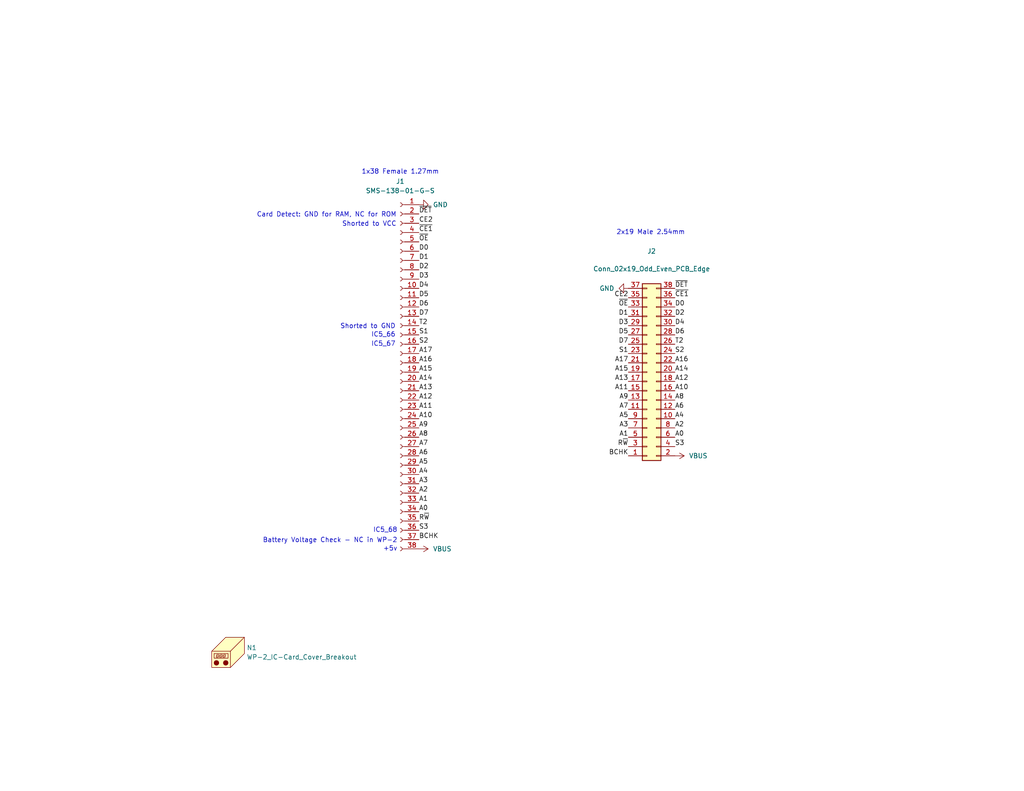
<source format=kicad_sch>
(kicad_sch (version 20231120) (generator "eeschema") (generator_version "8.0")
  (paper "USLetter")
  (title_block (title "TANDY WP-2 IC Card Breakout") (date "2025-04-29") (rev "004") (company "Brian K. White - b.kenyon.w@gmail.com"))
  (lib_symbols
    (symbol "000_LOCAL:Conn_01x38_Female" (pin_names (offset 1.016) hide)
      (property "Reference" "J" (at 0 48.26 0))
      (property "Value" "Conn_01x38_Female" (at 0 -50.8 0))
      (symbol "Conn_01x38_Female_1_1"
        (arc (start 0 -47.752) (mid -0.5058 -48.26) (end 0 -48.768) (stroke (width 0.1524)))
        (arc (start 0 -45.212) (mid -0.5058 -45.72) (end 0 -46.228) (stroke (width 0.1524)))
        (arc (start 0 -42.672) (mid -0.5058 -43.18) (end 0 -43.688) (stroke (width 0.1524)))
        (arc (start 0 -40.132) (mid -0.5058 -40.64) (end 0 -41.148) (stroke (width 0.1524)))
        (arc (start 0 -37.592) (mid -0.5058 -38.1) (end 0 -38.608) (stroke (width 0.1524)))
        (arc (start 0 -35.052) (mid -0.5058 -35.56) (end 0 -36.068) (stroke (width 0.1524)))
        (arc (start 0 -32.512) (mid -0.5058 -33.02) (end 0 -33.528) (stroke (width 0.1524)))
        (arc (start 0 -29.972) (mid -0.5058 -30.48) (end 0 -30.988) (stroke (width 0.1524)))
        (arc (start 0 -27.432) (mid -0.5058 -27.94) (end 0 -28.448) (stroke (width 0.1524)))
        (arc (start 0 -24.892) (mid -0.5058 -25.4) (end 0 -25.908) (stroke (width 0.1524)))
        (arc (start 0 -22.352) (mid -0.5058 -22.86) (end 0 -23.368) (stroke (width 0.1524)))
        (arc (start 0 -19.812) (mid -0.5058 -20.32) (end 0 -20.828) (stroke (width 0.1524)))
        (arc (start 0 -17.272) (mid -0.5058 -17.78) (end 0 -18.288) (stroke (width 0.1524)))
        (arc (start 0 -14.732) (mid -0.5058 -15.24) (end 0 -15.748) (stroke (width 0.1524)))
        (arc (start 0 -12.192) (mid -0.5058 -12.7) (end 0 -13.208) (stroke (width 0.1524)))
        (arc (start 0 -9.652) (mid -0.5058 -10.16) (end 0 -10.668) (stroke (width 0.1524)))
        (arc (start 0 -7.112) (mid -0.5058 -7.62) (end 0 -8.128) (stroke (width 0.1524)))
        (arc (start 0 -4.572) (mid -0.5058 -5.08) (end 0 -5.588) (stroke (width 0.1524)))
        (arc (start 0 -2.032) (mid -0.5058 -2.54) (end 0 -3.048) (stroke (width 0.1524)))
        (polyline (pts (xy -1.27 -48.26) (xy -0.508 -48.26)) (stroke (width 0.1524)))
        (polyline (pts (xy -1.27 -45.72) (xy -0.508 -45.72)) (stroke (width 0.1524)))
        (polyline (pts (xy -1.27 -43.18) (xy -0.508 -43.18)) (stroke (width 0.1524)))
        (polyline (pts (xy -1.27 -40.64) (xy -0.508 -40.64)) (stroke (width 0.1524)))
        (polyline (pts (xy -1.27 -38.1) (xy -0.508 -38.1)) (stroke (width 0.1524)))
        (polyline (pts (xy -1.27 -35.56) (xy -0.508 -35.56)) (stroke (width 0.1524)))
        (polyline (pts (xy -1.27 -33.02) (xy -0.508 -33.02)) (stroke (width 0.1524)))
        (polyline (pts (xy -1.27 -30.48) (xy -0.508 -30.48)) (stroke (width 0.1524)))
        (polyline (pts (xy -1.27 -27.94) (xy -0.508 -27.94)) (stroke (width 0.1524)))
        (polyline (pts (xy -1.27 -25.4) (xy -0.508 -25.4)) (stroke (width 0.1524)))
        (polyline (pts (xy -1.27 -22.86) (xy -0.508 -22.86)) (stroke (width 0.1524)))
        (polyline (pts (xy -1.27 -20.32) (xy -0.508 -20.32)) (stroke (width 0.1524)))
        (polyline (pts (xy -1.27 -17.78) (xy -0.508 -17.78)) (stroke (width 0.1524)))
        (polyline (pts (xy -1.27 -15.24) (xy -0.508 -15.24)) (stroke (width 0.1524)))
        (polyline (pts (xy -1.27 -12.7) (xy -0.508 -12.7)) (stroke (width 0.1524)))
        (polyline (pts (xy -1.27 -10.16) (xy -0.508 -10.16)) (stroke (width 0.1524)))
        (polyline (pts (xy -1.27 -7.62) (xy -0.508 -7.62)) (stroke (width 0.1524)))
        (polyline (pts (xy -1.27 -5.08) (xy -0.508 -5.08)) (stroke (width 0.1524)))
        (polyline (pts (xy -1.27 -2.54) (xy -0.508 -2.54)) (stroke (width 0.1524)))
        (polyline (pts (xy -1.27 0) (xy -0.508 0)) (stroke (width 0.1524)))
        (polyline (pts (xy -1.27 2.54) (xy -0.508 2.54)) (stroke (width 0.1524)))
        (polyline (pts (xy -1.27 5.08) (xy -0.508 5.08)) (stroke (width 0.1524)))
        (polyline (pts (xy -1.27 7.62) (xy -0.508 7.62)) (stroke (width 0.1524)))
        (polyline (pts (xy -1.27 10.16) (xy -0.508 10.16)) (stroke (width 0.1524)))
        (polyline (pts (xy -1.27 12.7) (xy -0.508 12.7)) (stroke (width 0.1524)))
        (polyline (pts (xy -1.27 15.24) (xy -0.508 15.24)) (stroke (width 0.1524)))
        (polyline (pts (xy -1.27 17.78) (xy -0.508 17.78)) (stroke (width 0.1524)))
        (polyline (pts (xy -1.27 20.32) (xy -0.508 20.32)) (stroke (width 0.1524)))
        (polyline (pts (xy -1.27 22.86) (xy -0.508 22.86)) (stroke (width 0.1524)))
        (polyline (pts (xy -1.27 25.4) (xy -0.508 25.4)) (stroke (width 0.1524)))
        (polyline (pts (xy -1.27 27.94) (xy -0.508 27.94)) (stroke (width 0.1524)))
        (polyline (pts (xy -1.27 30.48) (xy -0.508 30.48)) (stroke (width 0.1524)))
        (polyline (pts (xy -1.27 33.02) (xy -0.508 33.02)) (stroke (width 0.1524)))
        (polyline (pts (xy -1.27 35.56) (xy -0.508 35.56)) (stroke (width 0.1524)))
        (polyline (pts (xy -1.27 38.1) (xy -0.508 38.1)) (stroke (width 0.1524)))
        (polyline (pts (xy -1.27 40.64) (xy -0.508 40.64)) (stroke (width 0.1524)))
        (polyline (pts (xy -1.27 43.18) (xy -0.508 43.18)) (stroke (width 0.1524)))
        (polyline (pts (xy -1.27 45.72) (xy -0.508 45.72)) (stroke (width 0.1524)))
        (arc (start 0 0.508) (mid -0.5058 0) (end 0 -0.508) (stroke (width 0.1524)))
        (arc (start 0 3.048) (mid -0.5058 2.54) (end 0 2.032) (stroke (width 0.1524)))
        (arc (start 0 5.588) (mid -0.5058 5.08) (end 0 4.572) (stroke (width 0.1524)))
        (arc (start 0 8.128) (mid -0.5058 7.62) (end 0 7.112) (stroke (width 0.1524)))
        (arc (start 0 10.668) (mid -0.5058 10.16) (end 0 9.652) (stroke (width 0.1524)))
        (arc (start 0 13.208) (mid -0.5058 12.7) (end 0 12.192) (stroke (width 0.1524)))
        (arc (start 0 15.748) (mid -0.5058 15.24) (end 0 14.732) (stroke (width 0.1524)))
        (arc (start 0 18.288) (mid -0.5058 17.78) (end 0 17.272) (stroke (width 0.1524)))
        (arc (start 0 20.828) (mid -0.5058 20.32) (end 0 19.812) (stroke (width 0.1524)))
        (arc (start 0 23.368) (mid -0.5058 22.86) (end 0 22.352) (stroke (width 0.1524)))
        (arc (start 0 25.908) (mid -0.5058 25.4) (end 0 24.892) (stroke (width 0.1524)))
        (arc (start 0 28.448) (mid -0.5058 27.94) (end 0 27.432) (stroke (width 0.1524)))
        (arc (start 0 30.988) (mid -0.5058 30.48) (end 0 29.972) (stroke (width 0.1524)))
        (arc (start 0 33.528) (mid -0.5058 33.02) (end 0 32.512) (stroke (width 0.1524)))
        (arc (start 0 36.068) (mid -0.5058 35.56) (end 0 35.052) (stroke (width 0.1524)))
        (arc (start 0 38.608) (mid -0.5058 38.1) (end 0 37.592) (stroke (width 0.1524)))
        (arc (start 0 41.148) (mid -0.5058 40.64) (end 0 40.132) (stroke (width 0.1524)))
        (arc (start 0 43.688) (mid -0.5058 43.18) (end 0 42.672) (stroke (width 0.1524)))
        (arc (start 0 46.228) (mid -0.5058 45.72) (end 0 45.212) (stroke (width 0.1524)))
        (pin passive line (at -5.08 45.72 0) (length 3.81) (name "Pin_1") (number "1"))
        (pin passive line (at -5.08 22.86 0) (length 3.81) (name "Pin_10") (number "10"))
        (pin passive line (at -5.08 20.32 0) (length 3.81) (name "Pin_11") (number "11"))
        (pin passive line (at -5.08 17.78 0) (length 3.81) (name "Pin_12") (number "12"))
        (pin passive line (at -5.08 15.24 0) (length 3.81) (name "Pin_13") (number "13"))
        (pin passive line (at -5.08 12.7 0) (length 3.81) (name "Pin_14") (number "14"))
        (pin passive line (at -5.08 10.16 0) (length 3.81) (name "Pin_15") (number "15"))
        (pin passive line (at -5.08 7.62 0) (length 3.81) (name "Pin_16") (number "16"))
        (pin passive line (at -5.08 5.08 0) (length 3.81) (name "Pin_17") (number "17"))
        (pin passive line (at -5.08 2.54 0) (length 3.81) (name "Pin_18") (number "18"))
        (pin passive line (at -5.08 0 0) (length 3.81) (name "Pin_19") (number "19"))
        (pin passive line (at -5.08 43.18 0) (length 3.81) (name "Pin_2") (number "2"))
        (pin passive line (at -5.08 -2.54 0) (length 3.81) (name "Pin_20") (number "20"))
        (pin passive line (at -5.08 -5.08 0) (length 3.81) (name "Pin_21") (number "21"))
        (pin passive line (at -5.08 -7.62 0) (length 3.81) (name "Pin_22") (number "22"))
        (pin passive line (at -5.08 -10.16 0) (length 3.81) (name "Pin_23") (number "23"))
        (pin passive line (at -5.08 -12.7 0) (length 3.81) (name "Pin_24") (number "24"))
        (pin passive line (at -5.08 -15.24 0) (length 3.81) (name "Pin_25") (number "25"))
        (pin passive line (at -5.08 -17.78 0) (length 3.81) (name "Pin_26") (number "26"))
        (pin passive line (at -5.08 -20.32 0) (length 3.81) (name "Pin_27") (number "27"))
        (pin passive line (at -5.08 -22.86 0) (length 3.81) (name "Pin_28") (number "28"))
        (pin passive line (at -5.08 -25.4 0) (length 3.81) (name "Pin_29") (number "29"))
        (pin passive line (at -5.08 40.64 0) (length 3.81) (name "Pin_3") (number "3"))
        (pin passive line (at -5.08 -27.94 0) (length 3.81) (name "Pin_30") (number "30"))
        (pin passive line (at -5.08 -30.48 0) (length 3.81) (name "Pin_31") (number "31"))
        (pin passive line (at -5.08 -33.02 0) (length 3.81) (name "Pin_32") (number "32"))
        (pin passive line (at -5.08 -35.56 0) (length 3.81) (name "Pin_33") (number "33"))
        (pin passive line (at -5.08 -38.1 0) (length 3.81) (name "Pin_34") (number "34"))
        (pin passive line (at -5.08 -40.64 0) (length 3.81) (name "Pin_35") (number "35"))
        (pin passive line (at -5.08 -43.18 0) (length 3.81) (name "Pin_36") (number "36"))
        (pin passive line (at -5.08 -45.72 0) (length 3.81) (name "Pin_37") (number "37"))
        (pin passive line (at -5.08 -48.26 0) (length 3.81) (name "Pin_38") (number "38"))
        (pin passive line (at -5.08 38.1 0) (length 3.81) (name "Pin_4") (number "4"))
        (pin passive line (at -5.08 35.56 0) (length 3.81) (name "Pin_5") (number "5"))
        (pin passive line (at -5.08 33.02 0) (length 3.81) (name "Pin_6") (number "6"))
        (pin passive line (at -5.08 30.48 0) (length 3.81) (name "Pin_7") (number "7"))
        (pin passive line (at -5.08 27.94 0) (length 3.81) (name "Pin_8") (number "8"))
        (pin passive line (at -5.08 25.4 0) (length 3.81) (name "Pin_9") (number "9"))
      )
    )
    (symbol "000_LOCAL:Conn_02x19_Odd_Even" (pin_names (offset 1.016) hide)
      (property "Reference" "J" (at 0 26.67 0))
      (property "Value" "Conn_02x19_Odd_Even" (at 0 -25.4 0))
      (symbol "Conn_02x19_Odd_Even_1_1"
        (rectangle (start -2.54 -21.463) (end -1.27 -21.717) (stroke (width 0.1524)))
        (rectangle (start -2.54 -18.923) (end -1.27 -19.177) (stroke (width 0.1524)))
        (rectangle (start -2.54 -16.383) (end -1.27 -16.637) (stroke (width 0.1524)))
        (rectangle (start -2.54 -13.843) (end -1.27 -14.097) (stroke (width 0.1524)))
        (rectangle (start -2.54 -11.303) (end -1.27 -11.557) (stroke (width 0.1524)))
        (rectangle (start -2.54 -8.763) (end -1.27 -9.017) (stroke (width 0.1524)))
        (rectangle (start -2.54 -6.223) (end -1.27 -6.477) (stroke (width 0.1524)))
        (rectangle (start -2.54 -3.683) (end -1.27 -3.937) (stroke (width 0.1524)))
        (rectangle (start -2.54 -1.143) (end -1.27 -1.397) (stroke (width 0.1524)))
        (rectangle (start -2.54 1.397) (end -1.27 1.143) (stroke (width 0.1524)))
        (rectangle (start -2.54 3.937) (end -1.27 3.683) (stroke (width 0.1524)))
        (rectangle (start -2.54 6.477) (end -1.27 6.223) (stroke (width 0.1524)))
        (rectangle (start -2.54 9.017) (end -1.27 8.763) (stroke (width 0.1524)))
        (rectangle (start -2.54 11.557) (end -1.27 11.303) (stroke (width 0.1524)))
        (rectangle (start -2.54 14.097) (end -1.27 13.843) (stroke (width 0.1524)))
        (rectangle (start -2.54 16.637) (end -1.27 16.383) (stroke (width 0.1524)))
        (rectangle (start -2.54 19.177) (end -1.27 18.923) (stroke (width 0.1524)))
        (rectangle (start -2.54 21.717) (end -1.27 21.463) (stroke (width 0.1524)))
        (rectangle (start -2.54 24.257) (end -1.27 24.003) (stroke (width 0.1524)))
        (rectangle (start -2.54 25.4) (end 2.54 -22.86) (stroke (width 0.254)) (fill (type background)))
        (rectangle (start 2.54 -21.463) (end 1.27 -21.717) (stroke (width 0.1524)))
        (rectangle (start 2.54 -18.923) (end 1.27 -19.177) (stroke (width 0.1524)))
        (rectangle (start 2.54 -16.383) (end 1.27 -16.637) (stroke (width 0.1524)))
        (rectangle (start 2.54 -13.843) (end 1.27 -14.097) (stroke (width 0.1524)))
        (rectangle (start 2.54 -11.303) (end 1.27 -11.557) (stroke (width 0.1524)))
        (rectangle (start 2.54 -8.763) (end 1.27 -9.017) (stroke (width 0.1524)))
        (rectangle (start 2.54 -6.223) (end 1.27 -6.477) (stroke (width 0.1524)))
        (rectangle (start 2.54 -3.683) (end 1.27 -3.937) (stroke (width 0.1524)))
        (rectangle (start 2.54 -1.143) (end 1.27 -1.397) (stroke (width 0.1524)))
        (rectangle (start 2.54 1.397) (end 1.27 1.143) (stroke (width 0.1524)))
        (rectangle (start 2.54 3.937) (end 1.27 3.683) (stroke (width 0.1524)))
        (rectangle (start 2.54 6.477) (end 1.27 6.223) (stroke (width 0.1524)))
        (rectangle (start 2.54 9.017) (end 1.27 8.763) (stroke (width 0.1524)))
        (rectangle (start 2.54 11.557) (end 1.27 11.303) (stroke (width 0.1524)))
        (rectangle (start 2.54 14.097) (end 1.27 13.843) (stroke (width 0.1524)))
        (rectangle (start 2.54 16.637) (end 1.27 16.383) (stroke (width 0.1524)))
        (rectangle (start 2.54 19.177) (end 1.27 18.923) (stroke (width 0.1524)))
        (rectangle (start 2.54 21.717) (end 1.27 21.463) (stroke (width 0.1524)))
        (rectangle (start 2.54 24.257) (end 1.27 24.003) (stroke (width 0.1524)))
        (pin passive line (at -6.35 24.13 0) (length 3.81) (name "Pin_1") (number "1"))
        (pin passive line (at 6.35 13.97 180) (length 3.81) (name "Pin_10") (number "10"))
        (pin passive line (at -6.35 11.43 0) (length 3.81) (name "Pin_11") (number "11"))
        (pin passive line (at 6.35 11.43 180) (length 3.81) (name "Pin_12") (number "12"))
        (pin passive line (at -6.35 8.89 0) (length 3.81) (name "Pin_13") (number "13"))
        (pin passive line (at 6.35 8.89 180) (length 3.81) (name "Pin_14") (number "14"))
        (pin passive line (at -6.35 6.35 0) (length 3.81) (name "Pin_15") (number "15"))
        (pin passive line (at 6.35 6.35 180) (length 3.81) (name "Pin_16") (number "16"))
        (pin passive line (at -6.35 3.81 0) (length 3.81) (name "Pin_17") (number "17"))
        (pin passive line (at 6.35 3.81 180) (length 3.81) (name "Pin_18") (number "18"))
        (pin passive line (at -6.35 1.27 0) (length 3.81) (name "Pin_19") (number "19"))
        (pin passive line (at 6.35 24.13 180) (length 3.81) (name "Pin_2") (number "2"))
        (pin passive line (at 6.35 1.27 180) (length 3.81) (name "Pin_20") (number "20"))
        (pin passive line (at -6.35 -1.27 0) (length 3.81) (name "Pin_21") (number "21"))
        (pin passive line (at 6.35 -1.27 180) (length 3.81) (name "Pin_22") (number "22"))
        (pin passive line (at -6.35 -3.81 0) (length 3.81) (name "Pin_23") (number "23"))
        (pin passive line (at 6.35 -3.81 180) (length 3.81) (name "Pin_24") (number "24"))
        (pin passive line (at -6.35 -6.35 0) (length 3.81) (name "Pin_25") (number "25"))
        (pin passive line (at 6.35 -6.35 180) (length 3.81) (name "Pin_26") (number "26"))
        (pin passive line (at -6.35 -8.89 0) (length 3.81) (name "Pin_27") (number "27"))
        (pin passive line (at 6.35 -8.89 180) (length 3.81) (name "Pin_28") (number "28"))
        (pin passive line (at -6.35 -11.43 0) (length 3.81) (name "Pin_29") (number "29"))
        (pin passive line (at -6.35 21.59 0) (length 3.81) (name "Pin_3") (number "3"))
        (pin passive line (at 6.35 -11.43 180) (length 3.81) (name "Pin_30") (number "30"))
        (pin passive line (at -6.35 -13.97 0) (length 3.81) (name "Pin_31") (number "31"))
        (pin passive line (at 6.35 -13.97 180) (length 3.81) (name "Pin_32") (number "32"))
        (pin passive line (at -6.35 -16.51 0) (length 3.81) (name "Pin_33") (number "33"))
        (pin passive line (at 6.35 -16.51 180) (length 3.81) (name "Pin_34") (number "34"))
        (pin passive line (at -6.35 -19.05 0) (length 3.81) (name "Pin_35") (number "35"))
        (pin passive line (at 6.35 -19.05 180) (length 3.81) (name "Pin_36") (number "36"))
        (pin passive line (at -6.35 -21.59 0) (length 3.81) (name "Pin_37") (number "37"))
        (pin passive line (at 6.35 -21.59 180) (length 3.81) (name "Pin_38") (number "38"))
        (pin passive line (at 6.35 21.59 180) (length 3.81) (name "Pin_4") (number "4"))
        (pin passive line (at -6.35 19.05 0) (length 3.81) (name "Pin_5") (number "5"))
        (pin passive line (at 6.35 19.05 180) (length 3.81) (name "Pin_6") (number "6"))
        (pin passive line (at -6.35 16.51 0) (length 3.81) (name "Pin_7") (number "7"))
        (pin passive line (at 6.35 16.51 180) (length 3.81) (name "Pin_8") (number "8"))
        (pin passive line (at -6.35 13.97 0) (length 3.81) (name "Pin_9") (number "9"))
      )
    )
    (symbol "000_LOCAL:Housing" (pin_names (offset 1.016)) (exclude_from_sim yes)
      (property "Reference" "N" (at 3.81 0 0))
      (property "Value" "Housing" (at 3.81 -1.905 0))
      (symbol "Housing_0_1"
        (rectangle (start -5.08 -0.635) (end -1.27 -1.905))
        (circle (center -4.445 -3.175) (radius 0.635) (fill (type outline)))
        (circle (center -1.905 -3.175) (radius 0.635) (fill (type outline)))
        (polyline (pts (xy -4.5212 -1.5748) (xy -4.4704 -1.3716)))
        (polyline (pts (xy -4.4196 -1.6764) (xy -4.064 -1.6764)))
        (polyline (pts (xy -4.4196 -1.2192) (xy -4.3688 -0.9652)))
        (polyline (pts (xy -4.318 -1.3208) (xy -4.0132 -1.3208)))
        (polyline (pts (xy -4.2164 -0.9144) (xy -3.9116 -0.9144)))
        (polyline (pts (xy -3.9116 -1.6256) (xy -3.8608 -1.3716)))
        (polyline (pts (xy -3.81 -1.2192) (xy -3.7592 -0.9652)))
        (polyline (pts (xy -3.6068 -1.5748) (xy -3.556 -1.3716)))
        (polyline (pts (xy -3.5052 -1.6764) (xy -3.1496 -1.6764)))
        (polyline (pts (xy -3.5052 -1.2192) (xy -3.4544 -0.9652)))
        (polyline (pts (xy -3.4036 -1.3208) (xy -3.0988 -1.3208)))
        (polyline (pts (xy -3.302 -0.9144) (xy -2.9972 -0.9144)))
        (polyline (pts (xy -2.9972 -1.6256) (xy -2.9464 -1.3716)))
        (polyline (pts (xy -2.8956 -1.2192) (xy -2.8448 -0.9652)))
        (polyline (pts (xy -2.6924 -1.5748) (xy -2.6416 -1.3716)))
        (polyline (pts (xy -2.5908 -1.6764) (xy -2.2352 -1.6764)))
        (polyline (pts (xy -2.5908 -1.2192) (xy -2.54 -0.9652)))
        (polyline (pts (xy -2.4892 -1.3208) (xy -2.1844 -1.3208)))
        (polyline (pts (xy -2.3876 -0.9144) (xy -2.0828 -0.9144)))
        (polyline (pts (xy -2.0828 -1.6256) (xy -2.032 -1.3716)))
        (polyline (pts (xy -1.9812 -1.2192) (xy -1.9304 -0.9652)))
        (polyline (pts (xy -0.635 0) (xy -0.635 -4.445)))
        (polyline (pts (xy -5.715 0) (xy -0.635 0) (xy 3.175 3.81)))
        (polyline (pts (xy -5.715 0) (xy -5.715 -4.445) (xy -0.635 -4.445) (xy 3.175 -0.635) (xy 3.175 3.81) (xy -1.905 3.81) (xy -5.715 0)) (fill (type background)))
      )
    )
    (symbol "power:GND" (power) (pin_names (offset 0))
      (property "Value" "GND" (at 0 -3.81 0))
      (symbol "GND_0_1"
        (polyline (pts (xy 0 0) (xy 0 -1.27) (xy 1.27 -1.27) (xy 0 -2.54) (xy -1.27 -1.27) (xy 0 -1.27)))
      )
      (symbol "GND_1_1"
        (pin power_in line (at 0 0 270) (length 0) hide (name "GND") (number "1"))
      )
    )
    (symbol "power:VBUS" (power) (pin_names (offset 0))
      (property "Value" "VBUS" (at 0 3.81 0))
      (symbol "VBUS_0_1"
        (polyline (pts (xy -0.762 1.27) (xy 0 2.54)))
        (polyline (pts (xy 0 0) (xy 0 2.54)))
        (polyline (pts (xy 0 2.54) (xy 0.762 1.27)))
      )
      (symbol "VBUS_1_1"
        (pin power_in line (at 0 0 90) (length 0) hide (name "VBUS") (number "1"))
      )
    )
  )
  (text "+5v" (at 108.458 150.622 0) (effects (font (size 1.27 1.27)) (justify right bottom)))
  (text "IC5_66" (at 107.95 92.202 0) (effects (font (size 1.27 1.27)) (justify right bottom)))
  (text "2x19 Male 2.54mm" (at 177.546 63.5 0) (effects (font (size 1.27 1.27))))
  (text "Shorted to GND" (at 107.95 89.916 0) (effects (font (size 1.27 1.27)) (justify right bottom)))
  (text "Card Detect: GND for RAM, NC for ROM" (at 108.204 59.436 0) (effects (font (size 1.27 1.27)) (justify right bottom)))
  (text "Shorted to VCC" (at 108.204 61.976 0) (effects (font (size 1.27 1.27)) (justify right bottom)))
  (text "1x38 Female 1.27mm" (at 109.22 46.99 0) (effects (font (size 1.27 1.27))))
  (text "IC5_68" (at 108.458 145.542 0) (effects (font (size 1.27 1.27)) (justify right bottom)))
  (text "IC5_67" (at 107.95 94.742 0) (effects (font (size 1.27 1.27)) (justify right bottom)))
  (text "Battery Voltage Check - NC in WP-2" (at 108.458 148.336 0) (effects (font (size 1.27 1.27)) (justify right bottom)))
  (label "A7" (at 114.3 121.92 0))
  (label "~{DET}" (at 184.15 78.74 0))
  (label "D6" (at 184.15 91.44 0))
  (label "A10" (at 184.15 106.68 0))
  (label "A11" (at 171.45 106.68 180))
  (label "S1" (at 171.45 96.52 180))
  (label "D7" (at 171.45 93.98 180))
  (label "~{CE1}" (at 114.3 63.5 0))
  (label "T2" (at 184.15 93.98 0))
  (label "A13" (at 171.45 104.14 180))
  (label "R~{W}" (at 114.3 142.24 0))
  (label "A8" (at 114.3 119.38 0))
  (label "~{OE}" (at 114.3 66.04 0))
  (label "D3" (at 114.3 76.2 0))
  (label "A6" (at 114.3 124.46 0))
  (label "A12" (at 184.15 104.14 0))
  (label "A13" (at 114.3 106.68 0))
  (label "A15" (at 171.45 101.6 180))
  (label "S2" (at 114.3 93.98 0))
  (label "A12" (at 114.3 109.22 0))
  (label "A10" (at 114.3 114.3 0))
  (label "~{DET}" (at 114.3 58.42 0))
  (label "A8" (at 184.15 109.22 0))
  (label "D6" (at 114.3 83.82 0))
  (label "CE2" (at 171.45 81.28 180))
  (label "A14" (at 114.3 104.14 0))
  (label "D5" (at 171.45 91.44 180))
  (label "S1" (at 114.3 91.44 0))
  (label "A5" (at 171.45 114.3 180))
  (label "D2" (at 184.15 86.36 0))
  (label "A5" (at 114.3 127 0))
  (label "A7" (at 171.45 111.76 180))
  (label "S3" (at 114.3 144.78 0))
  (label "D0" (at 114.3 68.58 0))
  (label "D3" (at 171.45 88.9 180))
  (label "A9" (at 114.3 116.84 0))
  (label "A11" (at 114.3 111.76 0))
  (label "A1" (at 114.3 137.16 0))
  (label "D5" (at 114.3 81.28 0))
  (label "~{OE}" (at 171.45 83.82 180))
  (label "A16" (at 114.3 99.06 0))
  (label "A16" (at 184.15 99.06 0))
  (label "A2" (at 114.3 134.62 0))
  (label "~{CE1}" (at 184.15 81.28 0))
  (label "A0" (at 114.3 139.7 0))
  (label "A2" (at 184.15 116.84 0))
  (label "A14" (at 184.15 101.6 0))
  (label "D1" (at 114.3 71.12 0))
  (label "A3" (at 114.3 132.08 0))
  (label "A15" (at 114.3 101.6 0))
  (label "A9" (at 171.45 109.22 180))
  (label "D7" (at 114.3 86.36 0))
  (label "A6" (at 184.15 111.76 0))
  (label "D2" (at 114.3 73.66 0))
  (label "D1" (at 171.45 86.36 180))
  (label "S3" (at 184.15 121.92 0))
  (label "D4" (at 114.3 78.74 0))
  (label "D0" (at 184.15 83.82 0))
  (label "A4" (at 184.15 114.3 0))
  (label "BCHK" (at 114.3 147.32 0))
  (label "A17" (at 171.45 99.06 180))
  (label "A0" (at 184.15 119.38 0))
  (label "A1" (at 171.45 119.38 180))
  (label "A4" (at 114.3 129.54 0))
  (label "CE2" (at 114.3 60.96 0))
  (label "A3" (at 171.45 116.84 180))
  (label "D4" (at 184.15 88.9 0))
  (label "T2" (at 114.3 88.9 0))
  (label "A17" (at 114.3 96.52 0))
  (label "S2" (at 184.15 96.52 0))
  (label "BCHK" (at 171.45 124.46 180))
  (label "R~{W}" (at 171.45 121.92 180))
  (symbol (lib_id "000_LOCAL:Conn_01x38_Female") (at 109.22 101.6 0) (mirror y) (unit 1)
    (property "Reference" "J1" (at 109.22 49.53 0))
    (property "Value" "SMS-138-01-G-S" (at 109.22 52.07 0))
    (property "Footprint" "000_LOCAL:SMS-138-01-x-x_pcb_edge" (effects (hide yes)))
    (property "MPN" "SMS-138-01-G-S" (effects (hide yes)))
  )
  (symbol (lib_id "power:GND") (at 114.3 55.88 90) (mirror x) (unit 1)
    (property "Reference" "#PWR0102" (effects (hide yes)))
    (property "Value" "GND" (at 118.11 55.88 90) (effects (justify right)))
  )
  (symbol (lib_id "000_LOCAL:Conn_02x19_Odd_Even") (at 177.8 100.33 0) (mirror x) (unit 1)
    (property "Reference" "J2" (at 177.8 68.58 0))
    (property "Value" "Conn_02x19_Odd_Even_PCB_Edge" (at 177.8 73.406 0))
    (property "Footprint" "000_LOCAL:Pin-Header_2x19_P2.54mm_PCB_Edge" (effects (hide yes)))
    (property "Description" "02x19 x 2.54mm pitch male pin header" (effects (hide yes)))
    (property "MPN" "PRPC019DAAN-RC" (effects (hide yes)))
  )
  (symbol (lib_id "power:GND") (at 171.45 78.74 270) (unit 1)
    (property "Reference" "#PWR0105" (effects (hide yes)))
    (property "Value" "GND" (at 167.64 78.74 90) (effects (justify right)))
  )
  (symbol (lib_id "power:VBUS") (at 114.3 149.86 270) (unit 1)
    (property "Reference" "#PWR0107" (effects (hide yes)))
    (property "Value" "VBUS" (at 118.11 149.8599 90) (effects (justify left)))
  )
  (symbol (lib_id "power:VBUS") (at 184.15 124.46 270) (unit 1)
    (property "Reference" "#PWR0103" (effects (hide yes)))
    (property "Value" "VBUS" (at 187.96 124.4599 90) (effects (justify left)))
  )
  (symbol (lib_id "000_LOCAL:Housing") (at 63.5 177.8 0) (unit 1) (exclude_from_sim yes) (in_bom no)
    (property "Reference" "N1" (at 67.31 176.8474 0) (effects (justify left)))
    (property "Value" "WP-2_IC-Card_Cover_Breakout" (at 67.31 179.3874 0) (effects (justify left)))
    (property "Footprint" "000_LOCAL:WP-2_IC_Card_Cover_Breakout" (effects (hide yes)))
    (property "Description" "Housing" (effects (hide yes)))
  )
)
</source>
